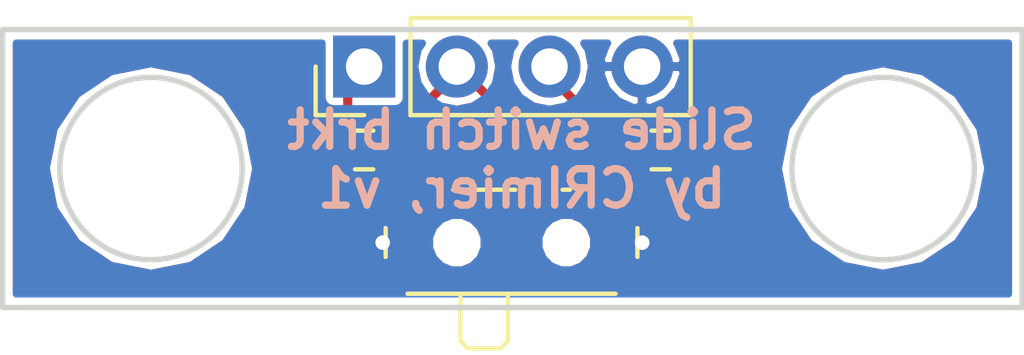
<source format=kicad_pcb>
(kicad_pcb (version 4) (host pcbnew 4.0.7)

  (general
    (links 11)
    (no_connects 11)
    (area 134.544999 104.064999 162.635001 111.835001)
    (thickness 1.6)
    (drawings 7)
    (tracks 24)
    (zones 0)
    (modules 4)
    (nets 5)
  )

  (page A4)
  (layers
    (0 F.Cu signal)
    (31 B.Cu signal)
    (32 B.Adhes user)
    (33 F.Adhes user)
    (34 B.Paste user)
    (35 F.Paste user)
    (36 B.SilkS user)
    (37 F.SilkS user)
    (38 B.Mask user)
    (39 F.Mask user)
    (40 Dwgs.User user)
    (41 Cmts.User user)
    (42 Eco1.User user)
    (43 Eco2.User user)
    (44 Edge.Cuts user)
    (45 Margin user)
    (46 B.CrtYd user)
    (47 F.CrtYd user)
    (48 B.Fab user hide)
    (49 F.Fab user hide)
  )

  (setup
    (last_trace_width 0.25)
    (user_trace_width 0.5)
    (user_trace_width 0.6)
    (user_trace_width 0.7)
    (user_trace_width 0.8)
    (user_trace_width 0.9)
    (user_trace_width 1)
    (trace_clearance 0.2)
    (zone_clearance 0.508)
    (zone_45_only no)
    (trace_min 0.2)
    (segment_width 0.2)
    (edge_width 0.15)
    (via_size 0.6)
    (via_drill 0.4)
    (via_min_size 0.4)
    (via_min_drill 0.3)
    (uvia_size 0.3)
    (uvia_drill 0.1)
    (uvias_allowed no)
    (uvia_min_size 0.2)
    (uvia_min_drill 0.1)
    (pcb_text_width 0.3)
    (pcb_text_size 1.5 1.5)
    (mod_edge_width 0.15)
    (mod_text_size 1 1)
    (mod_text_width 0.15)
    (pad_size 1 0.8)
    (pad_drill 0)
    (pad_to_mask_clearance 0.2)
    (aux_axis_origin 162.56 104.14)
    (visible_elements 7FFFFF7F)
    (pcbplotparams
      (layerselection 0x010f0_80000001)
      (usegerberextensions true)
      (excludeedgelayer true)
      (linewidth 0.100000)
      (plotframeref false)
      (viasonmask false)
      (mode 1)
      (useauxorigin true)
      (hpglpennumber 1)
      (hpglpenspeed 20)
      (hpglpendiameter 15)
      (hpglpenoverlay 2)
      (psnegative false)
      (psa4output false)
      (plotreference true)
      (plotvalue true)
      (plotinvisibletext false)
      (padsonsilk false)
      (subtractmaskfromsilk false)
      (outputformat 1)
      (mirror false)
      (drillshape 0)
      (scaleselection 1)
      (outputdirectory gerbers/))
  )

  (net 0 "")
  (net 1 GND)
  (net 2 "Net-(DIS1-Pad2)")
  (net 3 "Net-(DIS1-Pad3)")
  (net 4 "Net-(J1-Pad1)")

  (net_class Default "This is the default net class."
    (clearance 0.2)
    (trace_width 0.25)
    (via_dia 0.6)
    (via_drill 0.4)
    (uvia_dia 0.3)
    (uvia_drill 0.1)
    (add_net GND)
    (add_net "Net-(DIS1-Pad2)")
    (add_net "Net-(DIS1-Pad3)")
    (add_net "Net-(J1-Pad1)")
  )

  (module Buttons_Switches_SMD:SW_SPDT_PCM12 (layer F.Cu) (tedit 5C2F2586) (tstamp 5C2F2562)
    (at 148.566 109.652)
    (descr "Ultraminiature Surface Mount Slide Switch")
    (path /5C2E3E04)
    (attr smd)
    (fp_text reference DIS1 (at 0 -3.2) (layer F.SilkS) hide
      (effects (font (size 1 1) (thickness 0.15)))
    )
    (fp_text value SW_SPDT (at 0 4.25) (layer F.Fab)
      (effects (font (size 1 1) (thickness 0.15)))
    )
    (fp_text user %R (at 0 -3.2) (layer F.Fab)
      (effects (font (size 1 1) (thickness 0.15)))
    )
    (fp_line (start -1.4 1.65) (end -1.4 2.95) (layer F.Fab) (width 0.1))
    (fp_line (start -1.4 2.95) (end -1.2 3.15) (layer F.Fab) (width 0.1))
    (fp_line (start -1.2 3.15) (end -0.35 3.15) (layer F.Fab) (width 0.1))
    (fp_line (start -0.35 3.15) (end -0.15 2.95) (layer F.Fab) (width 0.1))
    (fp_line (start -0.15 2.95) (end -0.1 2.9) (layer F.Fab) (width 0.1))
    (fp_line (start -0.1 2.9) (end -0.1 1.6) (layer F.Fab) (width 0.1))
    (fp_line (start -3.35 -1) (end -3.35 1.6) (layer F.Fab) (width 0.1))
    (fp_line (start -3.35 1.6) (end 3.35 1.6) (layer F.Fab) (width 0.1))
    (fp_line (start 3.35 1.6) (end 3.35 -1) (layer F.Fab) (width 0.1))
    (fp_line (start 3.35 -1) (end -3.35 -1) (layer F.Fab) (width 0.1))
    (fp_line (start 1.4 -1.12) (end 1.6 -1.12) (layer F.SilkS) (width 0.12))
    (fp_line (start -4.4 -2.45) (end 4.4 -2.45) (layer F.CrtYd) (width 0.05))
    (fp_line (start 4.4 -2.45) (end 4.4 2.1) (layer F.CrtYd) (width 0.05))
    (fp_line (start 4.4 2.1) (end 1.65 2.1) (layer F.CrtYd) (width 0.05))
    (fp_line (start 1.65 2.1) (end 1.65 3.4) (layer F.CrtYd) (width 0.05))
    (fp_line (start 1.65 3.4) (end -1.65 3.4) (layer F.CrtYd) (width 0.05))
    (fp_line (start -1.65 3.4) (end -1.65 2.1) (layer F.CrtYd) (width 0.05))
    (fp_line (start -1.65 2.1) (end -4.4 2.1) (layer F.CrtYd) (width 0.05))
    (fp_line (start -4.4 2.1) (end -4.4 -2.45) (layer F.CrtYd) (width 0.05))
    (fp_line (start -1.4 3.02) (end -1.2 3.23) (layer F.SilkS) (width 0.12))
    (fp_line (start -0.1 3.02) (end -0.3 3.23) (layer F.SilkS) (width 0.12))
    (fp_line (start -1.4 1.73) (end -1.4 3.02) (layer F.SilkS) (width 0.12))
    (fp_line (start -1.2 3.23) (end -0.3 3.23) (layer F.SilkS) (width 0.12))
    (fp_line (start -0.1 3.02) (end -0.1 1.73) (layer F.SilkS) (width 0.12))
    (fp_line (start -2.85 1.73) (end 2.85 1.73) (layer F.SilkS) (width 0.12))
    (fp_line (start -1.6 -1.12) (end 0.1 -1.12) (layer F.SilkS) (width 0.12))
    (fp_line (start -3.45 -0.07) (end -3.45 0.72) (layer F.SilkS) (width 0.12))
    (fp_line (start 3.45 0.72) (end 3.45 -0.07) (layer F.SilkS) (width 0.12))
    (pad "" np_thru_hole circle (at -1.5 0.33) (size 0.9 0.9) (drill 0.9) (layers *.Cu *.Mask))
    (pad "" np_thru_hole circle (at 1.5 0.33) (size 0.9 0.9) (drill 0.9) (layers *.Cu *.Mask))
    (pad 1 smd rect (at -2.25 -1.43) (size 0.7 1.5) (layers F.Cu F.Paste F.Mask)
      (net 1 GND))
    (pad 2 smd rect (at 0.75 -1.43) (size 0.7 1.5) (layers F.Cu F.Paste F.Mask)
      (net 2 "Net-(DIS1-Pad2)"))
    (pad 3 smd rect (at 2.25 -1.43) (size 0.7 1.5) (layers F.Cu F.Paste F.Mask)
      (net 3 "Net-(DIS1-Pad3)"))
    (pad 1 smd rect (at -3.65 1.43) (size 1 0.8) (layers F.Cu F.Paste F.Mask)
      (net 1 GND))
    (pad 1 smd rect (at 3.65 1.43) (size 1 0.8) (layers F.Cu F.Paste F.Mask)
      (net 1 GND))
    (pad 1 smd rect (at 3.65 -0.78) (size 1 0.8) (layers F.Cu F.Paste F.Mask)
      (net 1 GND))
    (pad 1 smd rect (at -3.65 -0.78) (size 1 0.8) (layers F.Cu F.Paste F.Mask)
      (net 1 GND))
    (model ${KISYS3DMOD}/Buttons_Switches_SMD.3dshapes/SW_SPDT_PCM12.wrl
      (at (xyz 0 0 0))
      (scale (xyz 1 1 1))
      (rotate (xyz 0 0 0))
    )
  )

  (module Pin_Headers:Pin_Header_Straight_1x04_Pitch2.54mm (layer F.Cu) (tedit 5C2F25C9) (tstamp 5C2F256A)
    (at 144.526 105.156 90)
    (descr "Through hole straight pin header, 1x04, 2.54mm pitch, single row")
    (tags "Through hole pin header THT 1x04 2.54mm single row")
    (path /5C2F2770)
    (fp_text reference J1 (at 0 -2.33 90) (layer F.SilkS) hide
      (effects (font (size 1 1) (thickness 0.15)))
    )
    (fp_text value Conn_01x04 (at 0 9.95 90) (layer F.Fab)
      (effects (font (size 1 1) (thickness 0.15)))
    )
    (fp_line (start -0.635 -1.27) (end 1.27 -1.27) (layer F.Fab) (width 0.1))
    (fp_line (start 1.27 -1.27) (end 1.27 8.89) (layer F.Fab) (width 0.1))
    (fp_line (start 1.27 8.89) (end -1.27 8.89) (layer F.Fab) (width 0.1))
    (fp_line (start -1.27 8.89) (end -1.27 -0.635) (layer F.Fab) (width 0.1))
    (fp_line (start -1.27 -0.635) (end -0.635 -1.27) (layer F.Fab) (width 0.1))
    (fp_line (start -1.33 8.95) (end 1.33 8.95) (layer F.SilkS) (width 0.12))
    (fp_line (start -1.33 1.27) (end -1.33 8.95) (layer F.SilkS) (width 0.12))
    (fp_line (start 1.33 1.27) (end 1.33 8.95) (layer F.SilkS) (width 0.12))
    (fp_line (start -1.33 1.27) (end 1.33 1.27) (layer F.SilkS) (width 0.12))
    (fp_line (start -1.33 0) (end -1.33 -1.33) (layer F.SilkS) (width 0.12))
    (fp_line (start -1.33 -1.33) (end 0 -1.33) (layer F.SilkS) (width 0.12))
    (fp_line (start -1.8 -1.8) (end -1.8 9.4) (layer F.CrtYd) (width 0.05))
    (fp_line (start -1.8 9.4) (end 1.8 9.4) (layer F.CrtYd) (width 0.05))
    (fp_line (start 1.8 9.4) (end 1.8 -1.8) (layer F.CrtYd) (width 0.05))
    (fp_line (start 1.8 -1.8) (end -1.8 -1.8) (layer F.CrtYd) (width 0.05))
    (fp_text user %R (at 0 3.81 180) (layer F.Fab)
      (effects (font (size 1 1) (thickness 0.15)))
    )
    (pad 1 thru_hole rect (at 0 0 90) (size 1.7 1.7) (drill 1) (layers *.Cu *.Mask)
      (net 4 "Net-(J1-Pad1)"))
    (pad 2 thru_hole oval (at 0 2.54 90) (size 1.7 1.7) (drill 1) (layers *.Cu *.Mask)
      (net 2 "Net-(DIS1-Pad2)"))
    (pad 3 thru_hole oval (at 0 5.08 90) (size 1.7 1.7) (drill 1) (layers *.Cu *.Mask)
      (net 3 "Net-(DIS1-Pad3)"))
    (pad 4 thru_hole oval (at 0 7.62 90) (size 1.7 1.7) (drill 1) (layers *.Cu *.Mask)
      (net 1 GND))
    (model ${KISYS3DMOD}/Pin_Headers.3dshapes/Pin_Header_Straight_1x04_Pitch2.54mm.wrl
      (at (xyz 0 0 0))
      (scale (xyz 1 1 1))
      (rotate (xyz 0 0 0))
    )
  )

  (module Resistors_SMD:R_0402 (layer F.Cu) (tedit 5C2F255E) (tstamp 5C2F2570)
    (at 152.654 107.442)
    (descr "Resistor SMD 0402, reflow soldering, Vishay (see dcrcw.pdf)")
    (tags "resistor 0402")
    (path /5C2F27CC)
    (attr smd)
    (fp_text reference R1 (at 0 -1.35) (layer F.SilkS) hide
      (effects (font (size 1 1) (thickness 0.15)))
    )
    (fp_text value 0R (at 0 1.45) (layer F.Fab)
      (effects (font (size 1 1) (thickness 0.15)))
    )
    (fp_text user %R (at 0 -1.35) (layer F.Fab)
      (effects (font (size 1 1) (thickness 0.15)))
    )
    (fp_line (start -0.5 0.25) (end -0.5 -0.25) (layer F.Fab) (width 0.1))
    (fp_line (start 0.5 0.25) (end -0.5 0.25) (layer F.Fab) (width 0.1))
    (fp_line (start 0.5 -0.25) (end 0.5 0.25) (layer F.Fab) (width 0.1))
    (fp_line (start -0.5 -0.25) (end 0.5 -0.25) (layer F.Fab) (width 0.1))
    (fp_line (start 0.25 -0.53) (end -0.25 -0.53) (layer F.SilkS) (width 0.12))
    (fp_line (start -0.25 0.53) (end 0.25 0.53) (layer F.SilkS) (width 0.12))
    (fp_line (start -0.8 -0.45) (end 0.8 -0.45) (layer F.CrtYd) (width 0.05))
    (fp_line (start -0.8 -0.45) (end -0.8 0.45) (layer F.CrtYd) (width 0.05))
    (fp_line (start 0.8 0.45) (end 0.8 -0.45) (layer F.CrtYd) (width 0.05))
    (fp_line (start 0.8 0.45) (end -0.8 0.45) (layer F.CrtYd) (width 0.05))
    (pad 1 smd rect (at -0.45 0) (size 0.4 0.6) (layers F.Cu F.Paste F.Mask)
      (net 3 "Net-(DIS1-Pad3)"))
    (pad 2 smd rect (at 0.45 0) (size 0.4 0.6) (layers F.Cu F.Paste F.Mask)
      (net 1 GND))
    (model ${KISYS3DMOD}/Resistors_SMD.3dshapes/R_0402.wrl
      (at (xyz 0 0 0))
      (scale (xyz 1 1 1))
      (rotate (xyz 0 0 0))
    )
  )

  (module Resistors_SMD:R_0402 (layer F.Cu) (tedit 5C2F2561) (tstamp 5C2F2576)
    (at 144.526 107.442)
    (descr "Resistor SMD 0402, reflow soldering, Vishay (see dcrcw.pdf)")
    (tags "resistor 0402")
    (path /5C2F26FC)
    (attr smd)
    (fp_text reference R2 (at 0 -1.35) (layer F.SilkS) hide
      (effects (font (size 1 1) (thickness 0.15)))
    )
    (fp_text value 10K (at 0 1.45) (layer F.Fab)
      (effects (font (size 1 1) (thickness 0.15)))
    )
    (fp_text user %R (at 0 -1.35) (layer F.Fab)
      (effects (font (size 1 1) (thickness 0.15)))
    )
    (fp_line (start -0.5 0.25) (end -0.5 -0.25) (layer F.Fab) (width 0.1))
    (fp_line (start 0.5 0.25) (end -0.5 0.25) (layer F.Fab) (width 0.1))
    (fp_line (start 0.5 -0.25) (end 0.5 0.25) (layer F.Fab) (width 0.1))
    (fp_line (start -0.5 -0.25) (end 0.5 -0.25) (layer F.Fab) (width 0.1))
    (fp_line (start 0.25 -0.53) (end -0.25 -0.53) (layer F.SilkS) (width 0.12))
    (fp_line (start -0.25 0.53) (end 0.25 0.53) (layer F.SilkS) (width 0.12))
    (fp_line (start -0.8 -0.45) (end 0.8 -0.45) (layer F.CrtYd) (width 0.05))
    (fp_line (start -0.8 -0.45) (end -0.8 0.45) (layer F.CrtYd) (width 0.05))
    (fp_line (start 0.8 0.45) (end 0.8 -0.45) (layer F.CrtYd) (width 0.05))
    (fp_line (start 0.8 0.45) (end -0.8 0.45) (layer F.CrtYd) (width 0.05))
    (pad 1 smd rect (at -0.45 0) (size 0.4 0.6) (layers F.Cu F.Paste F.Mask)
      (net 4 "Net-(J1-Pad1)"))
    (pad 2 smd rect (at 0.45 0) (size 0.4 0.6) (layers F.Cu F.Paste F.Mask)
      (net 2 "Net-(DIS1-Pad2)"))
    (model ${KISYS3DMOD}/Resistors_SMD.3dshapes/R_0402.wrl
      (at (xyz 0 0 0))
      (scale (xyz 1 1 1))
      (rotate (xyz 0 0 0))
    )
  )

  (gr_text "Slide switch brkt\nby CRImier, v1" (at 148.844 107.696) (layer B.SilkS)
    (effects (font (size 1 1) (thickness 0.2)) (justify mirror))
  )
  (gr_circle (center 138.684 107.95) (end 138.684 110.45) (layer Edge.Cuts) (width 0.15) (tstamp 5C2F26E1))
  (gr_circle (center 158.75 107.95) (end 158.75 110.45) (layer Edge.Cuts) (width 0.15))
  (gr_line (start 134.62 111.76) (end 134.62 104.14) (layer Edge.Cuts) (width 0.15))
  (gr_line (start 162.56 111.76) (end 134.62 111.76) (layer Edge.Cuts) (width 0.15))
  (gr_line (start 162.56 104.14) (end 162.56 111.76) (layer Edge.Cuts) (width 0.15))
  (gr_line (start 134.62 104.14) (end 162.56 104.14) (layer Edge.Cuts) (width 0.15))

  (segment (start 145.034 109.982) (end 145.034 108.99) (width 0.25) (layer F.Cu) (net 1))
  (segment (start 145.034 108.99) (end 144.916 108.872) (width 0.25) (layer F.Cu) (net 1))
  (segment (start 152.146 109.982) (end 151.370999 109.206999) (width 0.25) (layer B.Cu) (net 1))
  (segment (start 151.370999 109.206999) (end 145.809001 109.206999) (width 0.25) (layer B.Cu) (net 1))
  (segment (start 145.809001 109.206999) (end 145.034 109.982) (width 0.25) (layer B.Cu) (net 1))
  (via (at 145.034 109.982) (size 0.6) (drill 0.4) (layers F.Cu B.Cu) (net 1))
  (segment (start 152.216 108.872) (end 152.216 109.912) (width 0.25) (layer F.Cu) (net 1))
  (segment (start 152.216 109.912) (end 152.146 109.982) (width 0.25) (layer F.Cu) (net 1))
  (via (at 152.146 109.982) (size 0.6) (drill 0.4) (layers F.Cu B.Cu) (net 1))
  (segment (start 144.976 107.442) (end 144.976 107.406747) (width 0.25) (layer F.Cu) (net 2))
  (segment (start 144.976 107.406747) (end 147.066 105.316747) (width 0.25) (layer F.Cu) (net 2))
  (segment (start 147.066 105.316747) (end 147.066 105.156) (width 0.25) (layer F.Cu) (net 2))
  (segment (start 149.316 108.222) (end 149.316 107.377258) (width 0.25) (layer F.Cu) (net 2))
  (segment (start 149.316 107.377258) (end 147.094742 105.156) (width 0.25) (layer F.Cu) (net 2))
  (segment (start 147.094742 105.156) (end 147.066 105.156) (width 0.25) (layer F.Cu) (net 2))
  (segment (start 150.816 106.62) (end 150.816 106.68) (width 0.25) (layer F.Cu) (net 3))
  (segment (start 150.816 106.68) (end 150.816 108.222) (width 0.25) (layer F.Cu) (net 3))
  (segment (start 152.146 107.442) (end 151.384 106.68) (width 0.25) (layer F.Cu) (net 3))
  (segment (start 151.384 106.68) (end 150.816 106.68) (width 0.25) (layer F.Cu) (net 3))
  (segment (start 152.204 107.442) (end 152.146 107.442) (width 0.25) (layer F.Cu) (net 3))
  (segment (start 149.606 105.41) (end 150.816 106.62) (width 0.25) (layer F.Cu) (net 3))
  (segment (start 149.606 105.156) (end 149.606 105.41) (width 0.25) (layer F.Cu) (net 3))
  (segment (start 144.076 107.442) (end 144.076 105.606) (width 0.25) (layer F.Cu) (net 4))
  (segment (start 144.076 105.606) (end 144.526 105.156) (width 0.25) (layer F.Cu) (net 4))

  (zone (net 1) (net_name GND) (layer F.Cu) (tstamp 0) (hatch edge 0.508)
    (connect_pads (clearance 0.2))
    (min_thickness 0.2)
    (fill yes (arc_segments 16) (thermal_gap 0.2) (thermal_bridge_width 0.24))
    (polygon
      (pts
        (xy 134.62 104.14) (xy 162.56 104.14) (xy 162.56 111.76) (xy 134.62 111.76)
      )
    )
    (filled_polygon
      (pts
        (xy 143.370123 106.006) (xy 143.391042 106.117173) (xy 143.456745 106.219279) (xy 143.556997 106.287778) (xy 143.651 106.306814)
        (xy 143.651 106.939899) (xy 143.594222 107.022997) (xy 143.570123 107.142) (xy 143.570123 107.742) (xy 143.591042 107.853173)
        (xy 143.656745 107.955279) (xy 143.756997 108.023778) (xy 143.876 108.047877) (xy 144.276 108.047877) (xy 144.387173 108.026958)
        (xy 144.489279 107.961255) (xy 144.526004 107.907506) (xy 144.556745 107.955279) (xy 144.656997 108.023778) (xy 144.776 108.047877)
        (xy 145.176 108.047877) (xy 145.287173 108.026958) (xy 145.389279 107.961255) (xy 145.457778 107.861003) (xy 145.481877 107.742)
        (xy 145.481877 107.50191) (xy 145.57146 107.412327) (xy 145.666 107.412327) (xy 145.666 108.127) (xy 145.741 108.202)
        (xy 146.296 108.202) (xy 146.296 107.247) (xy 146.336 107.247) (xy 146.336 108.202) (xy 146.891 108.202)
        (xy 146.966 108.127) (xy 146.966 107.412327) (xy 146.920328 107.302064) (xy 146.835937 107.217672) (xy 146.725674 107.172)
        (xy 146.411 107.172) (xy 146.336 107.247) (xy 146.296 107.247) (xy 146.221 107.172) (xy 145.906326 107.172)
        (xy 145.796063 107.217672) (xy 145.711672 107.302064) (xy 145.666 107.412327) (xy 145.57146 107.412327) (xy 146.723405 106.260383)
        (xy 147.066 106.32853) (xy 147.506086 106.240991) (xy 147.549611 106.211909) (xy 148.686851 107.34915) (xy 148.684222 107.352997)
        (xy 148.660123 107.472) (xy 148.660123 108.972) (xy 148.681042 109.083173) (xy 148.746745 109.185279) (xy 148.846997 109.253778)
        (xy 148.966 109.277877) (xy 149.666 109.277877) (xy 149.777173 109.256958) (xy 149.879279 109.191255) (xy 149.947778 109.091003)
        (xy 149.971877 108.972) (xy 149.971877 107.472) (xy 149.950958 107.360827) (xy 149.885255 107.258721) (xy 149.785003 107.190222)
        (xy 149.677849 107.168522) (xy 149.61652 107.076737) (xy 148.133428 105.593646) (xy 148.216 105.17853) (xy 148.216 105.13347)
        (xy 148.128461 104.693384) (xy 148.009269 104.515) (xy 148.662731 104.515) (xy 148.543539 104.693384) (xy 148.456 105.13347)
        (xy 148.456 105.17853) (xy 148.543539 105.618616) (xy 148.792827 105.991703) (xy 149.165914 106.240991) (xy 149.606 106.32853)
        (xy 149.870814 106.275855) (xy 150.391 106.796041) (xy 150.391 107.180235) (xy 150.354827 107.187042) (xy 150.252721 107.252745)
        (xy 150.184222 107.352997) (xy 150.160123 107.472) (xy 150.160123 108.972) (xy 150.181042 109.083173) (xy 150.246745 109.185279)
        (xy 150.346997 109.253778) (xy 150.466 109.277877) (xy 151.166 109.277877) (xy 151.277173 109.256958) (xy 151.379279 109.191255)
        (xy 151.416 109.137512) (xy 151.416 109.331673) (xy 151.461672 109.441936) (xy 151.546063 109.526328) (xy 151.656326 109.572)
        (xy 152.121 109.572) (xy 152.196 109.497) (xy 152.196 108.892) (xy 152.236 108.892) (xy 152.236 109.497)
        (xy 152.311 109.572) (xy 152.775674 109.572) (xy 152.885937 109.526328) (xy 152.970328 109.441936) (xy 153.016 109.331673)
        (xy 153.016 108.967) (xy 152.941 108.892) (xy 152.236 108.892) (xy 152.196 108.892) (xy 152.176 108.892)
        (xy 152.176 108.852) (xy 152.196 108.852) (xy 152.196 108.247) (xy 152.236 108.247) (xy 152.236 108.852)
        (xy 152.941 108.852) (xy 153.016 108.777) (xy 153.016 108.412327) (xy 152.970328 108.302064) (xy 152.885937 108.217672)
        (xy 152.775674 108.172) (xy 152.311 108.172) (xy 152.236 108.247) (xy 152.196 108.247) (xy 152.121 108.172)
        (xy 151.656326 108.172) (xy 151.546063 108.217672) (xy 151.471877 108.291859) (xy 151.471877 107.472) (xy 151.450958 107.360827)
        (xy 151.427804 107.324844) (xy 151.698123 107.595164) (xy 151.698123 107.742) (xy 151.719042 107.853173) (xy 151.784745 107.955279)
        (xy 151.884997 108.023778) (xy 152.004 108.047877) (xy 152.404 108.047877) (xy 152.515173 108.026958) (xy 152.617279 107.961255)
        (xy 152.650447 107.912711) (xy 152.734063 107.996328) (xy 152.844326 108.042) (xy 153.009 108.042) (xy 153.084 107.967)
        (xy 153.084 107.462) (xy 153.124 107.462) (xy 153.124 107.967) (xy 153.199 108.042) (xy 153.363674 108.042)
        (xy 153.473937 107.996328) (xy 153.520264 107.95) (xy 155.875 107.95) (xy 156.093846 109.050215) (xy 156.717068 109.982932)
        (xy 157.649785 110.606154) (xy 158.75 110.825) (xy 159.850215 110.606154) (xy 160.782932 109.982932) (xy 161.406154 109.050215)
        (xy 161.625 107.95) (xy 161.406154 106.849785) (xy 160.782932 105.917068) (xy 159.850215 105.293846) (xy 158.75 105.075)
        (xy 157.649785 105.293846) (xy 156.717068 105.917068) (xy 156.093846 106.849785) (xy 155.875 107.95) (xy 153.520264 107.95)
        (xy 153.558328 107.911936) (xy 153.604 107.801673) (xy 153.604 107.537) (xy 153.529 107.462) (xy 153.124 107.462)
        (xy 153.084 107.462) (xy 153.064 107.462) (xy 153.064 107.422) (xy 153.084 107.422) (xy 153.084 106.917)
        (xy 153.124 106.917) (xy 153.124 107.422) (xy 153.529 107.422) (xy 153.604 107.347) (xy 153.604 107.082327)
        (xy 153.558328 106.972064) (xy 153.473937 106.887672) (xy 153.363674 106.842) (xy 153.199 106.842) (xy 153.124 106.917)
        (xy 153.084 106.917) (xy 153.009 106.842) (xy 152.844326 106.842) (xy 152.734063 106.887672) (xy 152.650568 106.971168)
        (xy 152.623255 106.928721) (xy 152.523003 106.860222) (xy 152.404 106.836123) (xy 152.141164 106.836123) (xy 151.68452 106.37948)
        (xy 151.546641 106.287351) (xy 151.519657 106.281984) (xy 151.384 106.255) (xy 151.052041 106.255) (xy 150.567202 105.770161)
        (xy 150.668461 105.618616) (xy 150.720773 105.355626) (xy 151.013457 105.355626) (xy 151.17606 105.773836) (xy 151.486328 106.097986)
        (xy 151.897025 106.278727) (xy 151.946374 106.288541) (xy 152.126 106.230814) (xy 152.126 105.176) (xy 152.166 105.176)
        (xy 152.166 106.230814) (xy 152.345626 106.288541) (xy 152.394975 106.278727) (xy 152.805672 106.097986) (xy 153.11594 105.773836)
        (xy 153.278543 105.355626) (xy 153.220828 105.176) (xy 152.166 105.176) (xy 152.126 105.176) (xy 151.071172 105.176)
        (xy 151.013457 105.355626) (xy 150.720773 105.355626) (xy 150.756 105.17853) (xy 150.756 105.13347) (xy 150.668461 104.693384)
        (xy 150.549269 104.515) (xy 151.198232 104.515) (xy 151.17606 104.538164) (xy 151.013457 104.956374) (xy 151.071172 105.136)
        (xy 152.126 105.136) (xy 152.126 105.116) (xy 152.166 105.116) (xy 152.166 105.136) (xy 153.220828 105.136)
        (xy 153.278543 104.956374) (xy 153.11594 104.538164) (xy 153.093768 104.515) (xy 162.185 104.515) (xy 162.185 111.385)
        (xy 153.016 111.385) (xy 153.016 111.177) (xy 152.941 111.102) (xy 152.236 111.102) (xy 152.236 111.122)
        (xy 152.196 111.122) (xy 152.196 111.102) (xy 151.491 111.102) (xy 151.416 111.177) (xy 151.416 111.385)
        (xy 145.716 111.385) (xy 145.716 111.177) (xy 145.641 111.102) (xy 144.936 111.102) (xy 144.936 111.122)
        (xy 144.896 111.122) (xy 144.896 111.102) (xy 144.191 111.102) (xy 144.116 111.177) (xy 144.116 111.385)
        (xy 134.995 111.385) (xy 134.995 107.95) (xy 135.809 107.95) (xy 136.027846 109.050215) (xy 136.651068 109.982932)
        (xy 137.583785 110.606154) (xy 138.684 110.825) (xy 139.702907 110.622327) (xy 144.116 110.622327) (xy 144.116 110.987)
        (xy 144.191 111.062) (xy 144.896 111.062) (xy 144.896 110.457) (xy 144.936 110.457) (xy 144.936 111.062)
        (xy 145.641 111.062) (xy 145.716 110.987) (xy 145.716 110.622327) (xy 145.670328 110.512064) (xy 145.585937 110.427672)
        (xy 145.475674 110.382) (xy 145.011 110.382) (xy 144.936 110.457) (xy 144.896 110.457) (xy 144.821 110.382)
        (xy 144.356326 110.382) (xy 144.246063 110.427672) (xy 144.161672 110.512064) (xy 144.116 110.622327) (xy 139.702907 110.622327)
        (xy 139.784215 110.606154) (xy 140.496036 110.13053) (xy 146.31587 110.13053) (xy 146.429811 110.406286) (xy 146.640605 110.617448)
        (xy 146.916161 110.731869) (xy 147.21453 110.73213) (xy 147.490286 110.618189) (xy 147.701448 110.407395) (xy 147.815869 110.131839)
        (xy 147.81587 110.13053) (xy 149.31587 110.13053) (xy 149.429811 110.406286) (xy 149.640605 110.617448) (xy 149.916161 110.731869)
        (xy 150.21453 110.73213) (xy 150.480271 110.622327) (xy 151.416 110.622327) (xy 151.416 110.987) (xy 151.491 111.062)
        (xy 152.196 111.062) (xy 152.196 110.457) (xy 152.236 110.457) (xy 152.236 111.062) (xy 152.941 111.062)
        (xy 153.016 110.987) (xy 153.016 110.622327) (xy 152.970328 110.512064) (xy 152.885937 110.427672) (xy 152.775674 110.382)
        (xy 152.311 110.382) (xy 152.236 110.457) (xy 152.196 110.457) (xy 152.121 110.382) (xy 151.656326 110.382)
        (xy 151.546063 110.427672) (xy 151.461672 110.512064) (xy 151.416 110.622327) (xy 150.480271 110.622327) (xy 150.490286 110.618189)
        (xy 150.701448 110.407395) (xy 150.815869 110.131839) (xy 150.81613 109.83347) (xy 150.702189 109.557714) (xy 150.491395 109.346552)
        (xy 150.215839 109.232131) (xy 149.91747 109.23187) (xy 149.641714 109.345811) (xy 149.430552 109.556605) (xy 149.316131 109.832161)
        (xy 149.31587 110.13053) (xy 147.81587 110.13053) (xy 147.81613 109.83347) (xy 147.702189 109.557714) (xy 147.491395 109.346552)
        (xy 147.215839 109.232131) (xy 146.91747 109.23187) (xy 146.641714 109.345811) (xy 146.430552 109.556605) (xy 146.316131 109.832161)
        (xy 146.31587 110.13053) (xy 140.496036 110.13053) (xy 140.716932 109.982932) (xy 141.340154 109.050215) (xy 141.356706 108.967)
        (xy 144.116 108.967) (xy 144.116 109.331673) (xy 144.161672 109.441936) (xy 144.246063 109.526328) (xy 144.356326 109.572)
        (xy 144.821 109.572) (xy 144.896 109.497) (xy 144.896 108.892) (xy 144.191 108.892) (xy 144.116 108.967)
        (xy 141.356706 108.967) (xy 141.467037 108.412327) (xy 144.116 108.412327) (xy 144.116 108.777) (xy 144.191 108.852)
        (xy 144.896 108.852) (xy 144.896 108.247) (xy 144.936 108.247) (xy 144.936 108.852) (xy 144.956 108.852)
        (xy 144.956 108.892) (xy 144.936 108.892) (xy 144.936 109.497) (xy 145.011 109.572) (xy 145.475674 109.572)
        (xy 145.585937 109.526328) (xy 145.670328 109.441936) (xy 145.716 109.331673) (xy 145.716 109.146264) (xy 145.796063 109.226328)
        (xy 145.906326 109.272) (xy 146.221 109.272) (xy 146.296 109.197) (xy 146.296 108.242) (xy 146.336 108.242)
        (xy 146.336 109.197) (xy 146.411 109.272) (xy 146.725674 109.272) (xy 146.835937 109.226328) (xy 146.920328 109.141936)
        (xy 146.966 109.031673) (xy 146.966 108.317) (xy 146.891 108.242) (xy 146.336 108.242) (xy 146.296 108.242)
        (xy 145.741 108.242) (xy 145.673435 108.309565) (xy 145.670328 108.302064) (xy 145.585937 108.217672) (xy 145.475674 108.172)
        (xy 145.011 108.172) (xy 144.936 108.247) (xy 144.896 108.247) (xy 144.821 108.172) (xy 144.356326 108.172)
        (xy 144.246063 108.217672) (xy 144.161672 108.302064) (xy 144.116 108.412327) (xy 141.467037 108.412327) (xy 141.559 107.95)
        (xy 141.340154 106.849785) (xy 140.716932 105.917068) (xy 139.784215 105.293846) (xy 138.684 105.075) (xy 137.583785 105.293846)
        (xy 136.651068 105.917068) (xy 136.027846 106.849785) (xy 135.809 107.95) (xy 134.995 107.95) (xy 134.995 104.515)
        (xy 143.370123 104.515)
      )
    )
  )
  (zone (net 1) (net_name GND) (layer B.Cu) (tstamp 5C2F2648) (hatch edge 0.508)
    (connect_pads (clearance 0.2))
    (min_thickness 0.2)
    (fill yes (arc_segments 16) (thermal_gap 0.2) (thermal_bridge_width 0.24))
    (polygon
      (pts
        (xy 134.62 111.76) (xy 162.56 111.76) (xy 162.56 104.14) (xy 134.62 104.14)
      )
    )
    (filled_polygon
      (pts
        (xy 143.370123 106.006) (xy 143.391042 106.117173) (xy 143.456745 106.219279) (xy 143.556997 106.287778) (xy 143.676 106.311877)
        (xy 145.376 106.311877) (xy 145.487173 106.290958) (xy 145.589279 106.225255) (xy 145.657778 106.125003) (xy 145.681877 106.006)
        (xy 145.681877 104.515) (xy 146.122731 104.515) (xy 146.003539 104.693384) (xy 145.916 105.13347) (xy 145.916 105.17853)
        (xy 146.003539 105.618616) (xy 146.252827 105.991703) (xy 146.625914 106.240991) (xy 147.066 106.32853) (xy 147.506086 106.240991)
        (xy 147.879173 105.991703) (xy 148.128461 105.618616) (xy 148.216 105.17853) (xy 148.216 105.13347) (xy 148.128461 104.693384)
        (xy 148.009269 104.515) (xy 148.662731 104.515) (xy 148.543539 104.693384) (xy 148.456 105.13347) (xy 148.456 105.17853)
        (xy 148.543539 105.618616) (xy 148.792827 105.991703) (xy 149.165914 106.240991) (xy 149.606 106.32853) (xy 150.046086 106.240991)
        (xy 150.419173 105.991703) (xy 150.668461 105.618616) (xy 150.720773 105.355626) (xy 151.013457 105.355626) (xy 151.17606 105.773836)
        (xy 151.486328 106.097986) (xy 151.897025 106.278727) (xy 151.946374 106.288541) (xy 152.126 106.230814) (xy 152.126 105.176)
        (xy 152.166 105.176) (xy 152.166 106.230814) (xy 152.345626 106.288541) (xy 152.394975 106.278727) (xy 152.805672 106.097986)
        (xy 153.11594 105.773836) (xy 153.278543 105.355626) (xy 153.220828 105.176) (xy 152.166 105.176) (xy 152.126 105.176)
        (xy 151.071172 105.176) (xy 151.013457 105.355626) (xy 150.720773 105.355626) (xy 150.756 105.17853) (xy 150.756 105.13347)
        (xy 150.668461 104.693384) (xy 150.549269 104.515) (xy 151.198232 104.515) (xy 151.17606 104.538164) (xy 151.013457 104.956374)
        (xy 151.071172 105.136) (xy 152.126 105.136) (xy 152.126 105.116) (xy 152.166 105.116) (xy 152.166 105.136)
        (xy 153.220828 105.136) (xy 153.278543 104.956374) (xy 153.11594 104.538164) (xy 153.093768 104.515) (xy 162.185 104.515)
        (xy 162.185 111.385) (xy 134.995 111.385) (xy 134.995 107.95) (xy 135.809 107.95) (xy 136.027846 109.050215)
        (xy 136.651068 109.982932) (xy 137.583785 110.606154) (xy 138.684 110.825) (xy 139.784215 110.606154) (xy 140.496036 110.13053)
        (xy 146.31587 110.13053) (xy 146.429811 110.406286) (xy 146.640605 110.617448) (xy 146.916161 110.731869) (xy 147.21453 110.73213)
        (xy 147.490286 110.618189) (xy 147.701448 110.407395) (xy 147.815869 110.131839) (xy 147.81587 110.13053) (xy 149.31587 110.13053)
        (xy 149.429811 110.406286) (xy 149.640605 110.617448) (xy 149.916161 110.731869) (xy 150.21453 110.73213) (xy 150.490286 110.618189)
        (xy 150.701448 110.407395) (xy 150.815869 110.131839) (xy 150.81613 109.83347) (xy 150.702189 109.557714) (xy 150.491395 109.346552)
        (xy 150.215839 109.232131) (xy 149.91747 109.23187) (xy 149.641714 109.345811) (xy 149.430552 109.556605) (xy 149.316131 109.832161)
        (xy 149.31587 110.13053) (xy 147.81587 110.13053) (xy 147.81613 109.83347) (xy 147.702189 109.557714) (xy 147.491395 109.346552)
        (xy 147.215839 109.232131) (xy 146.91747 109.23187) (xy 146.641714 109.345811) (xy 146.430552 109.556605) (xy 146.316131 109.832161)
        (xy 146.31587 110.13053) (xy 140.496036 110.13053) (xy 140.716932 109.982932) (xy 141.340154 109.050215) (xy 141.559 107.95)
        (xy 155.875 107.95) (xy 156.093846 109.050215) (xy 156.717068 109.982932) (xy 157.649785 110.606154) (xy 158.75 110.825)
        (xy 159.850215 110.606154) (xy 160.782932 109.982932) (xy 161.406154 109.050215) (xy 161.625 107.95) (xy 161.406154 106.849785)
        (xy 160.782932 105.917068) (xy 159.850215 105.293846) (xy 158.75 105.075) (xy 157.649785 105.293846) (xy 156.717068 105.917068)
        (xy 156.093846 106.849785) (xy 155.875 107.95) (xy 141.559 107.95) (xy 141.340154 106.849785) (xy 140.716932 105.917068)
        (xy 139.784215 105.293846) (xy 138.684 105.075) (xy 137.583785 105.293846) (xy 136.651068 105.917068) (xy 136.027846 106.849785)
        (xy 135.809 107.95) (xy 134.995 107.95) (xy 134.995 104.515) (xy 143.370123 104.515)
      )
    )
  )
)

</source>
